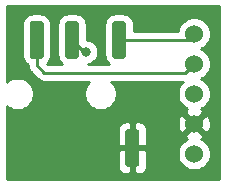
<source format=gbr>
G04 #@! TF.GenerationSoftware,KiCad,Pcbnew,(5.1.5)-3*
G04 #@! TF.CreationDate,2020-12-21T12:30:09+01:00*
G04 #@! TF.ProjectId,epimetheus_bmp180,6570696d-6574-4686-9575-735f626d7031,rev?*
G04 #@! TF.SameCoordinates,Original*
G04 #@! TF.FileFunction,Copper,L1,Top*
G04 #@! TF.FilePolarity,Positive*
%FSLAX46Y46*%
G04 Gerber Fmt 4.6, Leading zero omitted, Abs format (unit mm)*
G04 Created by KiCad (PCBNEW (5.1.5)-3) date 2020-12-21 12:30:09*
%MOMM*%
%LPD*%
G04 APERTURE LIST*
%ADD10C,1.524000*%
%ADD11C,0.100000*%
%ADD12C,0.800000*%
%ADD13C,0.250000*%
%ADD14C,0.254000*%
G04 APERTURE END LIST*
D10*
X178308000Y-25908000D03*
X178308000Y-28448000D03*
X178308000Y-30988000D03*
X178308000Y-33528000D03*
X178308000Y-36068000D03*
G04 #@! TA.AperFunction,SMDPad,CuDef*
D11*
G36*
X165302405Y-24817445D02*
G01*
X165331527Y-24821764D01*
X165360085Y-24828918D01*
X165387805Y-24838836D01*
X165414419Y-24851424D01*
X165439671Y-24866559D01*
X165463318Y-24884097D01*
X165485132Y-24903868D01*
X165504903Y-24925682D01*
X165522441Y-24949329D01*
X165537576Y-24974581D01*
X165550164Y-25001195D01*
X165560082Y-25028915D01*
X165567236Y-25057473D01*
X165571555Y-25086595D01*
X165573000Y-25116000D01*
X165573000Y-27716000D01*
X165571555Y-27745405D01*
X165567236Y-27774527D01*
X165560082Y-27803085D01*
X165550164Y-27830805D01*
X165537576Y-27857419D01*
X165522441Y-27882671D01*
X165504903Y-27906318D01*
X165485132Y-27928132D01*
X165463318Y-27947903D01*
X165439671Y-27965441D01*
X165414419Y-27980576D01*
X165387805Y-27993164D01*
X165360085Y-28003082D01*
X165331527Y-28010236D01*
X165302405Y-28014555D01*
X165273000Y-28016000D01*
X164673000Y-28016000D01*
X164643595Y-28014555D01*
X164614473Y-28010236D01*
X164585915Y-28003082D01*
X164558195Y-27993164D01*
X164531581Y-27980576D01*
X164506329Y-27965441D01*
X164482682Y-27947903D01*
X164460868Y-27928132D01*
X164441097Y-27906318D01*
X164423559Y-27882671D01*
X164408424Y-27857419D01*
X164395836Y-27830805D01*
X164385918Y-27803085D01*
X164378764Y-27774527D01*
X164374445Y-27745405D01*
X164373000Y-27716000D01*
X164373000Y-25116000D01*
X164374445Y-25086595D01*
X164378764Y-25057473D01*
X164385918Y-25028915D01*
X164395836Y-25001195D01*
X164408424Y-24974581D01*
X164423559Y-24949329D01*
X164441097Y-24925682D01*
X164460868Y-24903868D01*
X164482682Y-24884097D01*
X164506329Y-24866559D01*
X164531581Y-24851424D01*
X164558195Y-24838836D01*
X164585915Y-24828918D01*
X164614473Y-24821764D01*
X164643595Y-24817445D01*
X164673000Y-24816000D01*
X165273000Y-24816000D01*
X165302405Y-24817445D01*
G37*
G04 #@! TD.AperFunction*
G04 #@! TA.AperFunction,SMDPad,CuDef*
G36*
X168302405Y-24817445D02*
G01*
X168331527Y-24821764D01*
X168360085Y-24828918D01*
X168387805Y-24838836D01*
X168414419Y-24851424D01*
X168439671Y-24866559D01*
X168463318Y-24884097D01*
X168485132Y-24903868D01*
X168504903Y-24925682D01*
X168522441Y-24949329D01*
X168537576Y-24974581D01*
X168550164Y-25001195D01*
X168560082Y-25028915D01*
X168567236Y-25057473D01*
X168571555Y-25086595D01*
X168573000Y-25116000D01*
X168573000Y-27716000D01*
X168571555Y-27745405D01*
X168567236Y-27774527D01*
X168560082Y-27803085D01*
X168550164Y-27830805D01*
X168537576Y-27857419D01*
X168522441Y-27882671D01*
X168504903Y-27906318D01*
X168485132Y-27928132D01*
X168463318Y-27947903D01*
X168439671Y-27965441D01*
X168414419Y-27980576D01*
X168387805Y-27993164D01*
X168360085Y-28003082D01*
X168331527Y-28010236D01*
X168302405Y-28014555D01*
X168273000Y-28016000D01*
X167673000Y-28016000D01*
X167643595Y-28014555D01*
X167614473Y-28010236D01*
X167585915Y-28003082D01*
X167558195Y-27993164D01*
X167531581Y-27980576D01*
X167506329Y-27965441D01*
X167482682Y-27947903D01*
X167460868Y-27928132D01*
X167441097Y-27906318D01*
X167423559Y-27882671D01*
X167408424Y-27857419D01*
X167395836Y-27830805D01*
X167385918Y-27803085D01*
X167378764Y-27774527D01*
X167374445Y-27745405D01*
X167373000Y-27716000D01*
X167373000Y-25116000D01*
X167374445Y-25086595D01*
X167378764Y-25057473D01*
X167385918Y-25028915D01*
X167395836Y-25001195D01*
X167408424Y-24974581D01*
X167423559Y-24949329D01*
X167441097Y-24925682D01*
X167460868Y-24903868D01*
X167482682Y-24884097D01*
X167506329Y-24866559D01*
X167531581Y-24851424D01*
X167558195Y-24838836D01*
X167585915Y-24828918D01*
X167614473Y-24821764D01*
X167643595Y-24817445D01*
X167673000Y-24816000D01*
X168273000Y-24816000D01*
X168302405Y-24817445D01*
G37*
G04 #@! TD.AperFunction*
G04 #@! TA.AperFunction,SMDPad,CuDef*
G36*
X172287405Y-24817445D02*
G01*
X172316527Y-24821764D01*
X172345085Y-24828918D01*
X172372805Y-24838836D01*
X172399419Y-24851424D01*
X172424671Y-24866559D01*
X172448318Y-24884097D01*
X172470132Y-24903868D01*
X172489903Y-24925682D01*
X172507441Y-24949329D01*
X172522576Y-24974581D01*
X172535164Y-25001195D01*
X172545082Y-25028915D01*
X172552236Y-25057473D01*
X172556555Y-25086595D01*
X172558000Y-25116000D01*
X172558000Y-27716000D01*
X172556555Y-27745405D01*
X172552236Y-27774527D01*
X172545082Y-27803085D01*
X172535164Y-27830805D01*
X172522576Y-27857419D01*
X172507441Y-27882671D01*
X172489903Y-27906318D01*
X172470132Y-27928132D01*
X172448318Y-27947903D01*
X172424671Y-27965441D01*
X172399419Y-27980576D01*
X172372805Y-27993164D01*
X172345085Y-28003082D01*
X172316527Y-28010236D01*
X172287405Y-28014555D01*
X172258000Y-28016000D01*
X171658000Y-28016000D01*
X171628595Y-28014555D01*
X171599473Y-28010236D01*
X171570915Y-28003082D01*
X171543195Y-27993164D01*
X171516581Y-27980576D01*
X171491329Y-27965441D01*
X171467682Y-27947903D01*
X171445868Y-27928132D01*
X171426097Y-27906318D01*
X171408559Y-27882671D01*
X171393424Y-27857419D01*
X171380836Y-27830805D01*
X171370918Y-27803085D01*
X171363764Y-27774527D01*
X171359445Y-27745405D01*
X171358000Y-27716000D01*
X171358000Y-25116000D01*
X171359445Y-25086595D01*
X171363764Y-25057473D01*
X171370918Y-25028915D01*
X171380836Y-25001195D01*
X171393424Y-24974581D01*
X171408559Y-24949329D01*
X171426097Y-24925682D01*
X171445868Y-24903868D01*
X171467682Y-24884097D01*
X171491329Y-24866559D01*
X171516581Y-24851424D01*
X171543195Y-24838836D01*
X171570915Y-24828918D01*
X171599473Y-24821764D01*
X171628595Y-24817445D01*
X171658000Y-24816000D01*
X172258000Y-24816000D01*
X172287405Y-24817445D01*
G37*
G04 #@! TD.AperFunction*
G04 #@! TA.AperFunction,SMDPad,CuDef*
G36*
X173402405Y-33961445D02*
G01*
X173431527Y-33965764D01*
X173460085Y-33972918D01*
X173487805Y-33982836D01*
X173514419Y-33995424D01*
X173539671Y-34010559D01*
X173563318Y-34028097D01*
X173585132Y-34047868D01*
X173604903Y-34069682D01*
X173622441Y-34093329D01*
X173637576Y-34118581D01*
X173650164Y-34145195D01*
X173660082Y-34172915D01*
X173667236Y-34201473D01*
X173671555Y-34230595D01*
X173673000Y-34260000D01*
X173673000Y-36860000D01*
X173671555Y-36889405D01*
X173667236Y-36918527D01*
X173660082Y-36947085D01*
X173650164Y-36974805D01*
X173637576Y-37001419D01*
X173622441Y-37026671D01*
X173604903Y-37050318D01*
X173585132Y-37072132D01*
X173563318Y-37091903D01*
X173539671Y-37109441D01*
X173514419Y-37124576D01*
X173487805Y-37137164D01*
X173460085Y-37147082D01*
X173431527Y-37154236D01*
X173402405Y-37158555D01*
X173373000Y-37160000D01*
X172773000Y-37160000D01*
X172743595Y-37158555D01*
X172714473Y-37154236D01*
X172685915Y-37147082D01*
X172658195Y-37137164D01*
X172631581Y-37124576D01*
X172606329Y-37109441D01*
X172582682Y-37091903D01*
X172560868Y-37072132D01*
X172541097Y-37050318D01*
X172523559Y-37026671D01*
X172508424Y-37001419D01*
X172495836Y-36974805D01*
X172485918Y-36947085D01*
X172478764Y-36918527D01*
X172474445Y-36889405D01*
X172473000Y-36860000D01*
X172473000Y-34260000D01*
X172474445Y-34230595D01*
X172478764Y-34201473D01*
X172485918Y-34172915D01*
X172495836Y-34145195D01*
X172508424Y-34118581D01*
X172523559Y-34093329D01*
X172541097Y-34069682D01*
X172560868Y-34047868D01*
X172582682Y-34028097D01*
X172606329Y-34010559D01*
X172631581Y-33995424D01*
X172658195Y-33982836D01*
X172685915Y-33972918D01*
X172714473Y-33965764D01*
X172743595Y-33961445D01*
X172773000Y-33960000D01*
X173373000Y-33960000D01*
X173402405Y-33961445D01*
G37*
G04 #@! TD.AperFunction*
D12*
X169164000Y-27432000D03*
D13*
X176276000Y-35560000D02*
X173073000Y-35560000D01*
X178308000Y-33528000D02*
X176276000Y-35560000D01*
X177546001Y-29209999D02*
X165607999Y-29209999D01*
X178308000Y-28448000D02*
X177546001Y-29209999D01*
X164973000Y-28575000D02*
X164973000Y-26416000D01*
X165607999Y-29209999D02*
X164973000Y-28575000D01*
X168989000Y-27432000D02*
X167973000Y-26416000D01*
X169164000Y-27432000D02*
X168989000Y-27432000D01*
X177800000Y-26416000D02*
X178308000Y-25908000D01*
X171958000Y-26416000D02*
X177800000Y-26416000D01*
D14*
G36*
X180442000Y-38202000D02*
G01*
X162458000Y-38202000D01*
X162458000Y-37160000D01*
X171834928Y-37160000D01*
X171847188Y-37284482D01*
X171883498Y-37404180D01*
X171942463Y-37514494D01*
X172021815Y-37611185D01*
X172118506Y-37690537D01*
X172228820Y-37749502D01*
X172348518Y-37785812D01*
X172473000Y-37798072D01*
X172787250Y-37795000D01*
X172946000Y-37636250D01*
X172946000Y-35687000D01*
X173200000Y-35687000D01*
X173200000Y-37636250D01*
X173358750Y-37795000D01*
X173673000Y-37798072D01*
X173797482Y-37785812D01*
X173917180Y-37749502D01*
X174027494Y-37690537D01*
X174124185Y-37611185D01*
X174203537Y-37514494D01*
X174262502Y-37404180D01*
X174298812Y-37284482D01*
X174311072Y-37160000D01*
X174308198Y-35930408D01*
X176911000Y-35930408D01*
X176911000Y-36205592D01*
X176964686Y-36475490D01*
X177069995Y-36729727D01*
X177222880Y-36958535D01*
X177417465Y-37153120D01*
X177646273Y-37306005D01*
X177900510Y-37411314D01*
X178170408Y-37465000D01*
X178445592Y-37465000D01*
X178715490Y-37411314D01*
X178969727Y-37306005D01*
X179198535Y-37153120D01*
X179393120Y-36958535D01*
X179546005Y-36729727D01*
X179651314Y-36475490D01*
X179705000Y-36205592D01*
X179705000Y-35930408D01*
X179651314Y-35660510D01*
X179546005Y-35406273D01*
X179393120Y-35177465D01*
X179198535Y-34982880D01*
X178969727Y-34829995D01*
X178898057Y-34800308D01*
X178911023Y-34795636D01*
X179026980Y-34733656D01*
X179093960Y-34493565D01*
X178308000Y-33707605D01*
X177522040Y-34493565D01*
X177589020Y-34733656D01*
X177724760Y-34797485D01*
X177646273Y-34829995D01*
X177417465Y-34982880D01*
X177222880Y-35177465D01*
X177069995Y-35406273D01*
X176964686Y-35660510D01*
X176911000Y-35930408D01*
X174308198Y-35930408D01*
X174308000Y-35845750D01*
X174149250Y-35687000D01*
X173200000Y-35687000D01*
X172946000Y-35687000D01*
X171996750Y-35687000D01*
X171838000Y-35845750D01*
X171834928Y-37160000D01*
X162458000Y-37160000D01*
X162458000Y-33960000D01*
X171834928Y-33960000D01*
X171838000Y-35274250D01*
X171996750Y-35433000D01*
X172946000Y-35433000D01*
X172946000Y-33483750D01*
X173200000Y-33483750D01*
X173200000Y-35433000D01*
X174149250Y-35433000D01*
X174308000Y-35274250D01*
X174311072Y-33960000D01*
X174298812Y-33835518D01*
X174262502Y-33715820D01*
X174203537Y-33605506D01*
X174199033Y-33600017D01*
X176906090Y-33600017D01*
X176947078Y-33872133D01*
X177040364Y-34131023D01*
X177102344Y-34246980D01*
X177342435Y-34313960D01*
X178128395Y-33528000D01*
X178487605Y-33528000D01*
X179273565Y-34313960D01*
X179513656Y-34246980D01*
X179630756Y-33997952D01*
X179697023Y-33730865D01*
X179709910Y-33455983D01*
X179668922Y-33183867D01*
X179575636Y-32924977D01*
X179513656Y-32809020D01*
X179273565Y-32742040D01*
X178487605Y-33528000D01*
X178128395Y-33528000D01*
X177342435Y-32742040D01*
X177102344Y-32809020D01*
X176985244Y-33058048D01*
X176918977Y-33325135D01*
X176906090Y-33600017D01*
X174199033Y-33600017D01*
X174124185Y-33508815D01*
X174027494Y-33429463D01*
X173917180Y-33370498D01*
X173797482Y-33334188D01*
X173673000Y-33321928D01*
X173358750Y-33325000D01*
X173200000Y-33483750D01*
X172946000Y-33483750D01*
X172787250Y-33325000D01*
X172473000Y-33321928D01*
X172348518Y-33334188D01*
X172228820Y-33370498D01*
X172118506Y-33429463D01*
X172021815Y-33508815D01*
X171942463Y-33605506D01*
X171883498Y-33715820D01*
X171847188Y-33835518D01*
X171834928Y-33960000D01*
X162458000Y-33960000D01*
X162458000Y-32031685D01*
X162490114Y-32063799D01*
X162716957Y-32215371D01*
X162969011Y-32319775D01*
X163236589Y-32373000D01*
X163509411Y-32373000D01*
X163776989Y-32319775D01*
X164029043Y-32215371D01*
X164255886Y-32063799D01*
X164448799Y-31870886D01*
X164600371Y-31644043D01*
X164704775Y-31391989D01*
X164758000Y-31124411D01*
X164758000Y-30851589D01*
X164704775Y-30584011D01*
X164600371Y-30331957D01*
X164448799Y-30105114D01*
X164255886Y-29912201D01*
X164029043Y-29760629D01*
X163776989Y-29656225D01*
X163509411Y-29603000D01*
X163236589Y-29603000D01*
X162969011Y-29656225D01*
X162716957Y-29760629D01*
X162490114Y-29912201D01*
X162458000Y-29944315D01*
X162458000Y-25116000D01*
X163734928Y-25116000D01*
X163734928Y-27716000D01*
X163752953Y-27899009D01*
X163806334Y-28074985D01*
X163893022Y-28237165D01*
X164009683Y-28379317D01*
X164151835Y-28495978D01*
X164213000Y-28528672D01*
X164213000Y-28537677D01*
X164209324Y-28575000D01*
X164213000Y-28612322D01*
X164213000Y-28612332D01*
X164223997Y-28723985D01*
X164242725Y-28785723D01*
X164267454Y-28867246D01*
X164338026Y-28999276D01*
X164377871Y-29047826D01*
X164432999Y-29115001D01*
X164462002Y-29138803D01*
X165044199Y-29721001D01*
X165067998Y-29750000D01*
X165183723Y-29844973D01*
X165315752Y-29915545D01*
X165459013Y-29959002D01*
X165570666Y-29969999D01*
X165570675Y-29969999D01*
X165607998Y-29973675D01*
X165645321Y-29969999D01*
X169432316Y-29969999D01*
X169297201Y-30105114D01*
X169145629Y-30331957D01*
X169041225Y-30584011D01*
X168988000Y-30851589D01*
X168988000Y-31124411D01*
X169041225Y-31391989D01*
X169145629Y-31644043D01*
X169297201Y-31870886D01*
X169490114Y-32063799D01*
X169716957Y-32215371D01*
X169969011Y-32319775D01*
X170236589Y-32373000D01*
X170509411Y-32373000D01*
X170776989Y-32319775D01*
X171029043Y-32215371D01*
X171255886Y-32063799D01*
X171448799Y-31870886D01*
X171600371Y-31644043D01*
X171704775Y-31391989D01*
X171758000Y-31124411D01*
X171758000Y-30851589D01*
X171704775Y-30584011D01*
X171600371Y-30331957D01*
X171448799Y-30105114D01*
X171313684Y-29969999D01*
X177350346Y-29969999D01*
X177222880Y-30097465D01*
X177069995Y-30326273D01*
X176964686Y-30580510D01*
X176911000Y-30850408D01*
X176911000Y-31125592D01*
X176964686Y-31395490D01*
X177069995Y-31649727D01*
X177222880Y-31878535D01*
X177417465Y-32073120D01*
X177646273Y-32226005D01*
X177717943Y-32255692D01*
X177704977Y-32260364D01*
X177589020Y-32322344D01*
X177522040Y-32562435D01*
X178308000Y-33348395D01*
X179093960Y-32562435D01*
X179026980Y-32322344D01*
X178891240Y-32258515D01*
X178969727Y-32226005D01*
X179198535Y-32073120D01*
X179393120Y-31878535D01*
X179546005Y-31649727D01*
X179651314Y-31395490D01*
X179705000Y-31125592D01*
X179705000Y-30850408D01*
X179651314Y-30580510D01*
X179546005Y-30326273D01*
X179393120Y-30097465D01*
X179198535Y-29902880D01*
X178969727Y-29749995D01*
X178892485Y-29718000D01*
X178969727Y-29686005D01*
X179198535Y-29533120D01*
X179393120Y-29338535D01*
X179546005Y-29109727D01*
X179651314Y-28855490D01*
X179705000Y-28585592D01*
X179705000Y-28310408D01*
X179651314Y-28040510D01*
X179546005Y-27786273D01*
X179393120Y-27557465D01*
X179198535Y-27362880D01*
X178969727Y-27209995D01*
X178892485Y-27178000D01*
X178969727Y-27146005D01*
X179198535Y-26993120D01*
X179393120Y-26798535D01*
X179546005Y-26569727D01*
X179651314Y-26315490D01*
X179705000Y-26045592D01*
X179705000Y-25770408D01*
X179651314Y-25500510D01*
X179546005Y-25246273D01*
X179393120Y-25017465D01*
X179198535Y-24822880D01*
X178969727Y-24669995D01*
X178715490Y-24564686D01*
X178445592Y-24511000D01*
X178170408Y-24511000D01*
X177900510Y-24564686D01*
X177646273Y-24669995D01*
X177417465Y-24822880D01*
X177222880Y-25017465D01*
X177069995Y-25246273D01*
X176964686Y-25500510D01*
X176933757Y-25656000D01*
X173196072Y-25656000D01*
X173196072Y-25116000D01*
X173178047Y-24932991D01*
X173124666Y-24757015D01*
X173037978Y-24594835D01*
X172921317Y-24452683D01*
X172779165Y-24336022D01*
X172616985Y-24249334D01*
X172441009Y-24195953D01*
X172258000Y-24177928D01*
X171658000Y-24177928D01*
X171474991Y-24195953D01*
X171299015Y-24249334D01*
X171136835Y-24336022D01*
X170994683Y-24452683D01*
X170878022Y-24594835D01*
X170791334Y-24757015D01*
X170737953Y-24932991D01*
X170719928Y-25116000D01*
X170719928Y-27716000D01*
X170737953Y-27899009D01*
X170791334Y-28074985D01*
X170878022Y-28237165D01*
X170994683Y-28379317D01*
X171080809Y-28449999D01*
X169351409Y-28449999D01*
X169465898Y-28427226D01*
X169654256Y-28349205D01*
X169823774Y-28235937D01*
X169967937Y-28091774D01*
X170081205Y-27922256D01*
X170159226Y-27733898D01*
X170199000Y-27533939D01*
X170199000Y-27330061D01*
X170159226Y-27130102D01*
X170081205Y-26941744D01*
X169967937Y-26772226D01*
X169823774Y-26628063D01*
X169654256Y-26514795D01*
X169465898Y-26436774D01*
X169265939Y-26397000D01*
X169211072Y-26397000D01*
X169211072Y-25116000D01*
X169193047Y-24932991D01*
X169139666Y-24757015D01*
X169052978Y-24594835D01*
X168936317Y-24452683D01*
X168794165Y-24336022D01*
X168631985Y-24249334D01*
X168456009Y-24195953D01*
X168273000Y-24177928D01*
X167673000Y-24177928D01*
X167489991Y-24195953D01*
X167314015Y-24249334D01*
X167151835Y-24336022D01*
X167009683Y-24452683D01*
X166893022Y-24594835D01*
X166806334Y-24757015D01*
X166752953Y-24932991D01*
X166734928Y-25116000D01*
X166734928Y-27716000D01*
X166752953Y-27899009D01*
X166806334Y-28074985D01*
X166893022Y-28237165D01*
X167009683Y-28379317D01*
X167095809Y-28449999D01*
X165922801Y-28449999D01*
X165890071Y-28417270D01*
X165936317Y-28379317D01*
X166052978Y-28237165D01*
X166139666Y-28074985D01*
X166193047Y-27899009D01*
X166211072Y-27716000D01*
X166211072Y-25116000D01*
X166193047Y-24932991D01*
X166139666Y-24757015D01*
X166052978Y-24594835D01*
X165936317Y-24452683D01*
X165794165Y-24336022D01*
X165631985Y-24249334D01*
X165456009Y-24195953D01*
X165273000Y-24177928D01*
X164673000Y-24177928D01*
X164489991Y-24195953D01*
X164314015Y-24249334D01*
X164151835Y-24336022D01*
X164009683Y-24452683D01*
X163893022Y-24594835D01*
X163806334Y-24757015D01*
X163752953Y-24932991D01*
X163734928Y-25116000D01*
X162458000Y-25116000D01*
X162458000Y-23520000D01*
X180442001Y-23520000D01*
X180442000Y-38202000D01*
G37*
X180442000Y-38202000D02*
X162458000Y-38202000D01*
X162458000Y-37160000D01*
X171834928Y-37160000D01*
X171847188Y-37284482D01*
X171883498Y-37404180D01*
X171942463Y-37514494D01*
X172021815Y-37611185D01*
X172118506Y-37690537D01*
X172228820Y-37749502D01*
X172348518Y-37785812D01*
X172473000Y-37798072D01*
X172787250Y-37795000D01*
X172946000Y-37636250D01*
X172946000Y-35687000D01*
X173200000Y-35687000D01*
X173200000Y-37636250D01*
X173358750Y-37795000D01*
X173673000Y-37798072D01*
X173797482Y-37785812D01*
X173917180Y-37749502D01*
X174027494Y-37690537D01*
X174124185Y-37611185D01*
X174203537Y-37514494D01*
X174262502Y-37404180D01*
X174298812Y-37284482D01*
X174311072Y-37160000D01*
X174308198Y-35930408D01*
X176911000Y-35930408D01*
X176911000Y-36205592D01*
X176964686Y-36475490D01*
X177069995Y-36729727D01*
X177222880Y-36958535D01*
X177417465Y-37153120D01*
X177646273Y-37306005D01*
X177900510Y-37411314D01*
X178170408Y-37465000D01*
X178445592Y-37465000D01*
X178715490Y-37411314D01*
X178969727Y-37306005D01*
X179198535Y-37153120D01*
X179393120Y-36958535D01*
X179546005Y-36729727D01*
X179651314Y-36475490D01*
X179705000Y-36205592D01*
X179705000Y-35930408D01*
X179651314Y-35660510D01*
X179546005Y-35406273D01*
X179393120Y-35177465D01*
X179198535Y-34982880D01*
X178969727Y-34829995D01*
X178898057Y-34800308D01*
X178911023Y-34795636D01*
X179026980Y-34733656D01*
X179093960Y-34493565D01*
X178308000Y-33707605D01*
X177522040Y-34493565D01*
X177589020Y-34733656D01*
X177724760Y-34797485D01*
X177646273Y-34829995D01*
X177417465Y-34982880D01*
X177222880Y-35177465D01*
X177069995Y-35406273D01*
X176964686Y-35660510D01*
X176911000Y-35930408D01*
X174308198Y-35930408D01*
X174308000Y-35845750D01*
X174149250Y-35687000D01*
X173200000Y-35687000D01*
X172946000Y-35687000D01*
X171996750Y-35687000D01*
X171838000Y-35845750D01*
X171834928Y-37160000D01*
X162458000Y-37160000D01*
X162458000Y-33960000D01*
X171834928Y-33960000D01*
X171838000Y-35274250D01*
X171996750Y-35433000D01*
X172946000Y-35433000D01*
X172946000Y-33483750D01*
X173200000Y-33483750D01*
X173200000Y-35433000D01*
X174149250Y-35433000D01*
X174308000Y-35274250D01*
X174311072Y-33960000D01*
X174298812Y-33835518D01*
X174262502Y-33715820D01*
X174203537Y-33605506D01*
X174199033Y-33600017D01*
X176906090Y-33600017D01*
X176947078Y-33872133D01*
X177040364Y-34131023D01*
X177102344Y-34246980D01*
X177342435Y-34313960D01*
X178128395Y-33528000D01*
X178487605Y-33528000D01*
X179273565Y-34313960D01*
X179513656Y-34246980D01*
X179630756Y-33997952D01*
X179697023Y-33730865D01*
X179709910Y-33455983D01*
X179668922Y-33183867D01*
X179575636Y-32924977D01*
X179513656Y-32809020D01*
X179273565Y-32742040D01*
X178487605Y-33528000D01*
X178128395Y-33528000D01*
X177342435Y-32742040D01*
X177102344Y-32809020D01*
X176985244Y-33058048D01*
X176918977Y-33325135D01*
X176906090Y-33600017D01*
X174199033Y-33600017D01*
X174124185Y-33508815D01*
X174027494Y-33429463D01*
X173917180Y-33370498D01*
X173797482Y-33334188D01*
X173673000Y-33321928D01*
X173358750Y-33325000D01*
X173200000Y-33483750D01*
X172946000Y-33483750D01*
X172787250Y-33325000D01*
X172473000Y-33321928D01*
X172348518Y-33334188D01*
X172228820Y-33370498D01*
X172118506Y-33429463D01*
X172021815Y-33508815D01*
X171942463Y-33605506D01*
X171883498Y-33715820D01*
X171847188Y-33835518D01*
X171834928Y-33960000D01*
X162458000Y-33960000D01*
X162458000Y-32031685D01*
X162490114Y-32063799D01*
X162716957Y-32215371D01*
X162969011Y-32319775D01*
X163236589Y-32373000D01*
X163509411Y-32373000D01*
X163776989Y-32319775D01*
X164029043Y-32215371D01*
X164255886Y-32063799D01*
X164448799Y-31870886D01*
X164600371Y-31644043D01*
X164704775Y-31391989D01*
X164758000Y-31124411D01*
X164758000Y-30851589D01*
X164704775Y-30584011D01*
X164600371Y-30331957D01*
X164448799Y-30105114D01*
X164255886Y-29912201D01*
X164029043Y-29760629D01*
X163776989Y-29656225D01*
X163509411Y-29603000D01*
X163236589Y-29603000D01*
X162969011Y-29656225D01*
X162716957Y-29760629D01*
X162490114Y-29912201D01*
X162458000Y-29944315D01*
X162458000Y-25116000D01*
X163734928Y-25116000D01*
X163734928Y-27716000D01*
X163752953Y-27899009D01*
X163806334Y-28074985D01*
X163893022Y-28237165D01*
X164009683Y-28379317D01*
X164151835Y-28495978D01*
X164213000Y-28528672D01*
X164213000Y-28537677D01*
X164209324Y-28575000D01*
X164213000Y-28612322D01*
X164213000Y-28612332D01*
X164223997Y-28723985D01*
X164242725Y-28785723D01*
X164267454Y-28867246D01*
X164338026Y-28999276D01*
X164377871Y-29047826D01*
X164432999Y-29115001D01*
X164462002Y-29138803D01*
X165044199Y-29721001D01*
X165067998Y-29750000D01*
X165183723Y-29844973D01*
X165315752Y-29915545D01*
X165459013Y-29959002D01*
X165570666Y-29969999D01*
X165570675Y-29969999D01*
X165607998Y-29973675D01*
X165645321Y-29969999D01*
X169432316Y-29969999D01*
X169297201Y-30105114D01*
X169145629Y-30331957D01*
X169041225Y-30584011D01*
X168988000Y-30851589D01*
X168988000Y-31124411D01*
X169041225Y-31391989D01*
X169145629Y-31644043D01*
X169297201Y-31870886D01*
X169490114Y-32063799D01*
X169716957Y-32215371D01*
X169969011Y-32319775D01*
X170236589Y-32373000D01*
X170509411Y-32373000D01*
X170776989Y-32319775D01*
X171029043Y-32215371D01*
X171255886Y-32063799D01*
X171448799Y-31870886D01*
X171600371Y-31644043D01*
X171704775Y-31391989D01*
X171758000Y-31124411D01*
X171758000Y-30851589D01*
X171704775Y-30584011D01*
X171600371Y-30331957D01*
X171448799Y-30105114D01*
X171313684Y-29969999D01*
X177350346Y-29969999D01*
X177222880Y-30097465D01*
X177069995Y-30326273D01*
X176964686Y-30580510D01*
X176911000Y-30850408D01*
X176911000Y-31125592D01*
X176964686Y-31395490D01*
X177069995Y-31649727D01*
X177222880Y-31878535D01*
X177417465Y-32073120D01*
X177646273Y-32226005D01*
X177717943Y-32255692D01*
X177704977Y-32260364D01*
X177589020Y-32322344D01*
X177522040Y-32562435D01*
X178308000Y-33348395D01*
X179093960Y-32562435D01*
X179026980Y-32322344D01*
X178891240Y-32258515D01*
X178969727Y-32226005D01*
X179198535Y-32073120D01*
X179393120Y-31878535D01*
X179546005Y-31649727D01*
X179651314Y-31395490D01*
X179705000Y-31125592D01*
X179705000Y-30850408D01*
X179651314Y-30580510D01*
X179546005Y-30326273D01*
X179393120Y-30097465D01*
X179198535Y-29902880D01*
X178969727Y-29749995D01*
X178892485Y-29718000D01*
X178969727Y-29686005D01*
X179198535Y-29533120D01*
X179393120Y-29338535D01*
X179546005Y-29109727D01*
X179651314Y-28855490D01*
X179705000Y-28585592D01*
X179705000Y-28310408D01*
X179651314Y-28040510D01*
X179546005Y-27786273D01*
X179393120Y-27557465D01*
X179198535Y-27362880D01*
X178969727Y-27209995D01*
X178892485Y-27178000D01*
X178969727Y-27146005D01*
X179198535Y-26993120D01*
X179393120Y-26798535D01*
X179546005Y-26569727D01*
X179651314Y-26315490D01*
X179705000Y-26045592D01*
X179705000Y-25770408D01*
X179651314Y-25500510D01*
X179546005Y-25246273D01*
X179393120Y-25017465D01*
X179198535Y-24822880D01*
X178969727Y-24669995D01*
X178715490Y-24564686D01*
X178445592Y-24511000D01*
X178170408Y-24511000D01*
X177900510Y-24564686D01*
X177646273Y-24669995D01*
X177417465Y-24822880D01*
X177222880Y-25017465D01*
X177069995Y-25246273D01*
X176964686Y-25500510D01*
X176933757Y-25656000D01*
X173196072Y-25656000D01*
X173196072Y-25116000D01*
X173178047Y-24932991D01*
X173124666Y-24757015D01*
X173037978Y-24594835D01*
X172921317Y-24452683D01*
X172779165Y-24336022D01*
X172616985Y-24249334D01*
X172441009Y-24195953D01*
X172258000Y-24177928D01*
X171658000Y-24177928D01*
X171474991Y-24195953D01*
X171299015Y-24249334D01*
X171136835Y-24336022D01*
X170994683Y-24452683D01*
X170878022Y-24594835D01*
X170791334Y-24757015D01*
X170737953Y-24932991D01*
X170719928Y-25116000D01*
X170719928Y-27716000D01*
X170737953Y-27899009D01*
X170791334Y-28074985D01*
X170878022Y-28237165D01*
X170994683Y-28379317D01*
X171080809Y-28449999D01*
X169351409Y-28449999D01*
X169465898Y-28427226D01*
X169654256Y-28349205D01*
X169823774Y-28235937D01*
X169967937Y-28091774D01*
X170081205Y-27922256D01*
X170159226Y-27733898D01*
X170199000Y-27533939D01*
X170199000Y-27330061D01*
X170159226Y-27130102D01*
X170081205Y-26941744D01*
X169967937Y-26772226D01*
X169823774Y-26628063D01*
X169654256Y-26514795D01*
X169465898Y-26436774D01*
X169265939Y-26397000D01*
X169211072Y-26397000D01*
X169211072Y-25116000D01*
X169193047Y-24932991D01*
X169139666Y-24757015D01*
X169052978Y-24594835D01*
X168936317Y-24452683D01*
X168794165Y-24336022D01*
X168631985Y-24249334D01*
X168456009Y-24195953D01*
X168273000Y-24177928D01*
X167673000Y-24177928D01*
X167489991Y-24195953D01*
X167314015Y-24249334D01*
X167151835Y-24336022D01*
X167009683Y-24452683D01*
X166893022Y-24594835D01*
X166806334Y-24757015D01*
X166752953Y-24932991D01*
X166734928Y-25116000D01*
X166734928Y-27716000D01*
X166752953Y-27899009D01*
X166806334Y-28074985D01*
X166893022Y-28237165D01*
X167009683Y-28379317D01*
X167095809Y-28449999D01*
X165922801Y-28449999D01*
X165890071Y-28417270D01*
X165936317Y-28379317D01*
X166052978Y-28237165D01*
X166139666Y-28074985D01*
X166193047Y-27899009D01*
X166211072Y-27716000D01*
X166211072Y-25116000D01*
X166193047Y-24932991D01*
X166139666Y-24757015D01*
X166052978Y-24594835D01*
X165936317Y-24452683D01*
X165794165Y-24336022D01*
X165631985Y-24249334D01*
X165456009Y-24195953D01*
X165273000Y-24177928D01*
X164673000Y-24177928D01*
X164489991Y-24195953D01*
X164314015Y-24249334D01*
X164151835Y-24336022D01*
X164009683Y-24452683D01*
X163893022Y-24594835D01*
X163806334Y-24757015D01*
X163752953Y-24932991D01*
X163734928Y-25116000D01*
X162458000Y-25116000D01*
X162458000Y-23520000D01*
X180442001Y-23520000D01*
X180442000Y-38202000D01*
M02*

</source>
